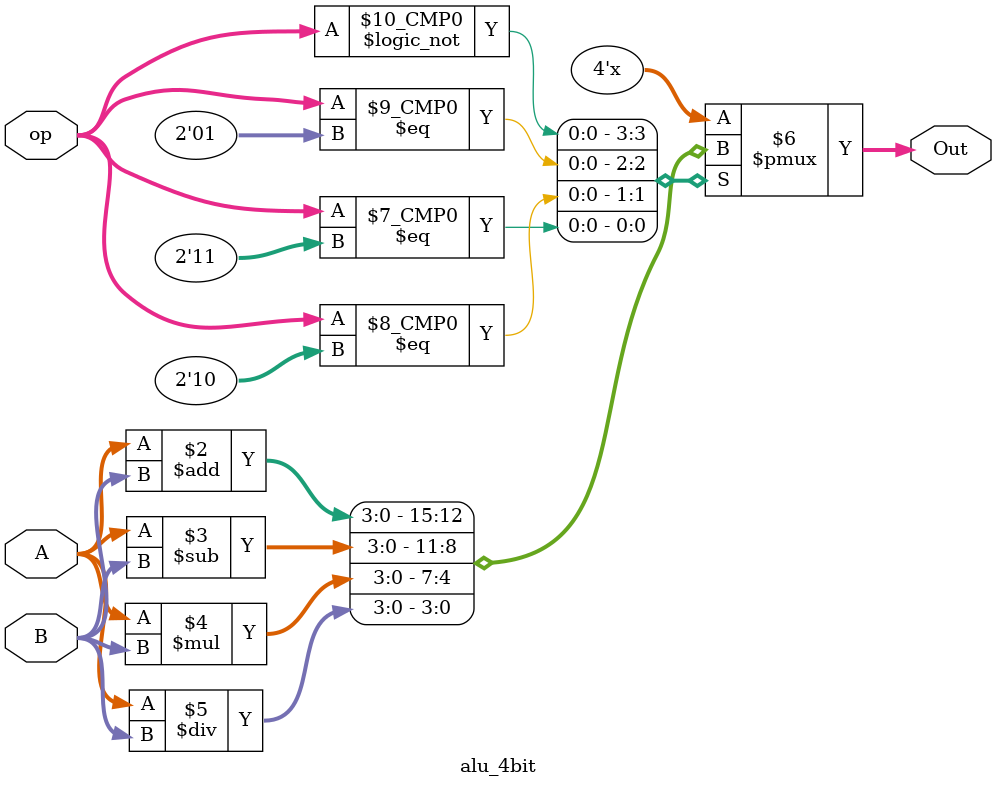
<source format=v>
module alu_4bit(Out,A,B,op);
  
  output [3:0]Out;
  input [3:0]A,B;
  
  input [1:0]op;
  
  reg [3:0]Out;
  
  always @ (*)
    begin
      case(op)
        2'b00: Out=A+B;
        2'b01: Out=A-B;
        2'b10: Out=A*B;
        2'b11: Out=A/B;
      endcase
    end
endmodule

</source>
